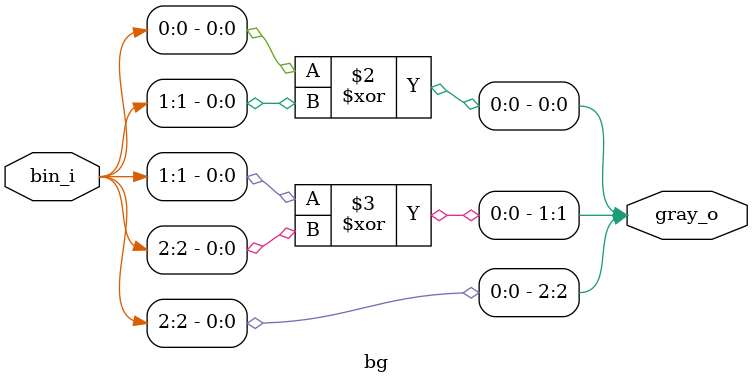
<source format=sv>
module bg #(
  parameter VEC_W = 3
)(
  input wire[VEC_W-1:0] bin_i,
  output wire[VEC_W-1:0] gray_o
);

  // keep the first bit same and the consecutive bits are obtained by xors
  assign gray_o[VEC_W-1] = bin_i[VEC_W-1];
  generate
    for (genvar i = 0; i<VEC_W-1; i++) begin
      assign gray_o[i] = bin_i[i]^bin_i[i+1];
    end
  endgenerate
endmodule

</source>
